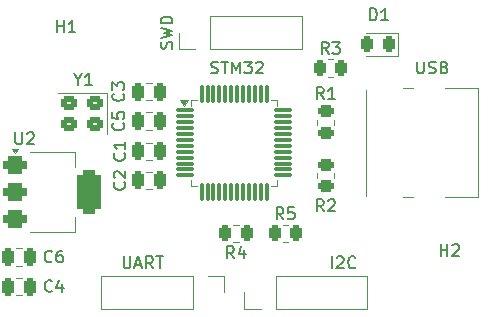
<source format=gbr>
%TF.GenerationSoftware,KiCad,Pcbnew,9.0.2*%
%TF.CreationDate,2025-06-11T21:18:27+05:30*%
%TF.ProjectId,STM 32,53544d20-3332-42e6-9b69-6361645f7063,rev?*%
%TF.SameCoordinates,Original*%
%TF.FileFunction,Legend,Top*%
%TF.FilePolarity,Positive*%
%FSLAX46Y46*%
G04 Gerber Fmt 4.6, Leading zero omitted, Abs format (unit mm)*
G04 Created by KiCad (PCBNEW 9.0.2) date 2025-06-11 21:18:27*
%MOMM*%
%LPD*%
G01*
G04 APERTURE LIST*
G04 Aperture macros list*
%AMRoundRect*
0 Rectangle with rounded corners*
0 $1 Rounding radius*
0 $2 $3 $4 $5 $6 $7 $8 $9 X,Y pos of 4 corners*
0 Add a 4 corners polygon primitive as box body*
4,1,4,$2,$3,$4,$5,$6,$7,$8,$9,$2,$3,0*
0 Add four circle primitives for the rounded corners*
1,1,$1+$1,$2,$3*
1,1,$1+$1,$4,$5*
1,1,$1+$1,$6,$7*
1,1,$1+$1,$8,$9*
0 Add four rect primitives between the rounded corners*
20,1,$1+$1,$2,$3,$4,$5,0*
20,1,$1+$1,$4,$5,$6,$7,0*
20,1,$1+$1,$6,$7,$8,$9,0*
20,1,$1+$1,$8,$9,$2,$3,0*%
G04 Aperture macros list end*
%ADD10C,0.150000*%
%ADD11C,0.120000*%
%ADD12R,1.700000X1.700000*%
%ADD13C,1.700000*%
%ADD14RoundRect,0.250000X-0.250000X-0.475000X0.250000X-0.475000X0.250000X0.475000X-0.250000X0.475000X0*%
%ADD15RoundRect,0.075000X-0.662500X-0.075000X0.662500X-0.075000X0.662500X0.075000X-0.662500X0.075000X0*%
%ADD16RoundRect,0.075000X-0.075000X-0.662500X0.075000X-0.662500X0.075000X0.662500X-0.075000X0.662500X0*%
%ADD17RoundRect,0.250000X0.262500X0.450000X-0.262500X0.450000X-0.262500X-0.450000X0.262500X-0.450000X0*%
%ADD18RoundRect,0.250000X-0.262500X-0.450000X0.262500X-0.450000X0.262500X0.450000X-0.262500X0.450000X0*%
%ADD19RoundRect,0.250000X0.450000X0.350000X-0.450000X0.350000X-0.450000X-0.350000X0.450000X-0.350000X0*%
%ADD20C,2.100000*%
%ADD21C,0.700000*%
%ADD22O,2.400000X0.900000*%
%ADD23O,1.700000X0.900000*%
%ADD24RoundRect,0.250000X0.450000X-0.262500X0.450000X0.262500X-0.450000X0.262500X-0.450000X-0.262500X0*%
%ADD25RoundRect,0.375000X-0.625000X-0.375000X0.625000X-0.375000X0.625000X0.375000X-0.625000X0.375000X0*%
%ADD26RoundRect,0.500000X-0.500000X-1.400000X0.500000X-1.400000X0.500000X1.400000X-0.500000X1.400000X0*%
%ADD27RoundRect,0.250000X0.250000X0.475000X-0.250000X0.475000X-0.250000X-0.475000X0.250000X-0.475000X0*%
%ADD28RoundRect,0.243750X0.243750X0.456250X-0.243750X0.456250X-0.243750X-0.456250X0.243750X-0.456250X0*%
G04 APERTURE END LIST*
D10*
X96904762Y-109954819D02*
X96904762Y-110764342D01*
X96904762Y-110764342D02*
X96952381Y-110859580D01*
X96952381Y-110859580D02*
X97000000Y-110907200D01*
X97000000Y-110907200D02*
X97095238Y-110954819D01*
X97095238Y-110954819D02*
X97285714Y-110954819D01*
X97285714Y-110954819D02*
X97380952Y-110907200D01*
X97380952Y-110907200D02*
X97428571Y-110859580D01*
X97428571Y-110859580D02*
X97476190Y-110764342D01*
X97476190Y-110764342D02*
X97476190Y-109954819D01*
X97904762Y-110669104D02*
X98380952Y-110669104D01*
X97809524Y-110954819D02*
X98142857Y-109954819D01*
X98142857Y-109954819D02*
X98476190Y-110954819D01*
X99380952Y-110954819D02*
X99047619Y-110478628D01*
X98809524Y-110954819D02*
X98809524Y-109954819D01*
X98809524Y-109954819D02*
X99190476Y-109954819D01*
X99190476Y-109954819D02*
X99285714Y-110002438D01*
X99285714Y-110002438D02*
X99333333Y-110050057D01*
X99333333Y-110050057D02*
X99380952Y-110145295D01*
X99380952Y-110145295D02*
X99380952Y-110288152D01*
X99380952Y-110288152D02*
X99333333Y-110383390D01*
X99333333Y-110383390D02*
X99285714Y-110431009D01*
X99285714Y-110431009D02*
X99190476Y-110478628D01*
X99190476Y-110478628D02*
X98809524Y-110478628D01*
X99666667Y-109954819D02*
X100238095Y-109954819D01*
X99952381Y-110954819D02*
X99952381Y-109954819D01*
X90833333Y-110359580D02*
X90785714Y-110407200D01*
X90785714Y-110407200D02*
X90642857Y-110454819D01*
X90642857Y-110454819D02*
X90547619Y-110454819D01*
X90547619Y-110454819D02*
X90404762Y-110407200D01*
X90404762Y-110407200D02*
X90309524Y-110311961D01*
X90309524Y-110311961D02*
X90261905Y-110216723D01*
X90261905Y-110216723D02*
X90214286Y-110026247D01*
X90214286Y-110026247D02*
X90214286Y-109883390D01*
X90214286Y-109883390D02*
X90261905Y-109692914D01*
X90261905Y-109692914D02*
X90309524Y-109597676D01*
X90309524Y-109597676D02*
X90404762Y-109502438D01*
X90404762Y-109502438D02*
X90547619Y-109454819D01*
X90547619Y-109454819D02*
X90642857Y-109454819D01*
X90642857Y-109454819D02*
X90785714Y-109502438D01*
X90785714Y-109502438D02*
X90833333Y-109550057D01*
X91690476Y-109454819D02*
X91500000Y-109454819D01*
X91500000Y-109454819D02*
X91404762Y-109502438D01*
X91404762Y-109502438D02*
X91357143Y-109550057D01*
X91357143Y-109550057D02*
X91261905Y-109692914D01*
X91261905Y-109692914D02*
X91214286Y-109883390D01*
X91214286Y-109883390D02*
X91214286Y-110264342D01*
X91214286Y-110264342D02*
X91261905Y-110359580D01*
X91261905Y-110359580D02*
X91309524Y-110407200D01*
X91309524Y-110407200D02*
X91404762Y-110454819D01*
X91404762Y-110454819D02*
X91595238Y-110454819D01*
X91595238Y-110454819D02*
X91690476Y-110407200D01*
X91690476Y-110407200D02*
X91738095Y-110359580D01*
X91738095Y-110359580D02*
X91785714Y-110264342D01*
X91785714Y-110264342D02*
X91785714Y-110026247D01*
X91785714Y-110026247D02*
X91738095Y-109931009D01*
X91738095Y-109931009D02*
X91690476Y-109883390D01*
X91690476Y-109883390D02*
X91595238Y-109835771D01*
X91595238Y-109835771D02*
X91404762Y-109835771D01*
X91404762Y-109835771D02*
X91309524Y-109883390D01*
X91309524Y-109883390D02*
X91261905Y-109931009D01*
X91261905Y-109931009D02*
X91214286Y-110026247D01*
X114523810Y-110954819D02*
X114523810Y-109954819D01*
X114952381Y-110050057D02*
X115000000Y-110002438D01*
X115000000Y-110002438D02*
X115095238Y-109954819D01*
X115095238Y-109954819D02*
X115333333Y-109954819D01*
X115333333Y-109954819D02*
X115428571Y-110002438D01*
X115428571Y-110002438D02*
X115476190Y-110050057D01*
X115476190Y-110050057D02*
X115523809Y-110145295D01*
X115523809Y-110145295D02*
X115523809Y-110240533D01*
X115523809Y-110240533D02*
X115476190Y-110383390D01*
X115476190Y-110383390D02*
X114904762Y-110954819D01*
X114904762Y-110954819D02*
X115523809Y-110954819D01*
X116523809Y-110859580D02*
X116476190Y-110907200D01*
X116476190Y-110907200D02*
X116333333Y-110954819D01*
X116333333Y-110954819D02*
X116238095Y-110954819D01*
X116238095Y-110954819D02*
X116095238Y-110907200D01*
X116095238Y-110907200D02*
X116000000Y-110811961D01*
X116000000Y-110811961D02*
X115952381Y-110716723D01*
X115952381Y-110716723D02*
X115904762Y-110526247D01*
X115904762Y-110526247D02*
X115904762Y-110383390D01*
X115904762Y-110383390D02*
X115952381Y-110192914D01*
X115952381Y-110192914D02*
X116000000Y-110097676D01*
X116000000Y-110097676D02*
X116095238Y-110002438D01*
X116095238Y-110002438D02*
X116238095Y-109954819D01*
X116238095Y-109954819D02*
X116333333Y-109954819D01*
X116333333Y-109954819D02*
X116476190Y-110002438D01*
X116476190Y-110002438D02*
X116523809Y-110050057D01*
X104309524Y-94407200D02*
X104452381Y-94454819D01*
X104452381Y-94454819D02*
X104690476Y-94454819D01*
X104690476Y-94454819D02*
X104785714Y-94407200D01*
X104785714Y-94407200D02*
X104833333Y-94359580D01*
X104833333Y-94359580D02*
X104880952Y-94264342D01*
X104880952Y-94264342D02*
X104880952Y-94169104D01*
X104880952Y-94169104D02*
X104833333Y-94073866D01*
X104833333Y-94073866D02*
X104785714Y-94026247D01*
X104785714Y-94026247D02*
X104690476Y-93978628D01*
X104690476Y-93978628D02*
X104500000Y-93931009D01*
X104500000Y-93931009D02*
X104404762Y-93883390D01*
X104404762Y-93883390D02*
X104357143Y-93835771D01*
X104357143Y-93835771D02*
X104309524Y-93740533D01*
X104309524Y-93740533D02*
X104309524Y-93645295D01*
X104309524Y-93645295D02*
X104357143Y-93550057D01*
X104357143Y-93550057D02*
X104404762Y-93502438D01*
X104404762Y-93502438D02*
X104500000Y-93454819D01*
X104500000Y-93454819D02*
X104738095Y-93454819D01*
X104738095Y-93454819D02*
X104880952Y-93502438D01*
X105166667Y-93454819D02*
X105738095Y-93454819D01*
X105452381Y-94454819D02*
X105452381Y-93454819D01*
X106071429Y-94454819D02*
X106071429Y-93454819D01*
X106071429Y-93454819D02*
X106404762Y-94169104D01*
X106404762Y-94169104D02*
X106738095Y-93454819D01*
X106738095Y-93454819D02*
X106738095Y-94454819D01*
X107119048Y-93454819D02*
X107738095Y-93454819D01*
X107738095Y-93454819D02*
X107404762Y-93835771D01*
X107404762Y-93835771D02*
X107547619Y-93835771D01*
X107547619Y-93835771D02*
X107642857Y-93883390D01*
X107642857Y-93883390D02*
X107690476Y-93931009D01*
X107690476Y-93931009D02*
X107738095Y-94026247D01*
X107738095Y-94026247D02*
X107738095Y-94264342D01*
X107738095Y-94264342D02*
X107690476Y-94359580D01*
X107690476Y-94359580D02*
X107642857Y-94407200D01*
X107642857Y-94407200D02*
X107547619Y-94454819D01*
X107547619Y-94454819D02*
X107261905Y-94454819D01*
X107261905Y-94454819D02*
X107166667Y-94407200D01*
X107166667Y-94407200D02*
X107119048Y-94359580D01*
X108119048Y-93550057D02*
X108166667Y-93502438D01*
X108166667Y-93502438D02*
X108261905Y-93454819D01*
X108261905Y-93454819D02*
X108500000Y-93454819D01*
X108500000Y-93454819D02*
X108595238Y-93502438D01*
X108595238Y-93502438D02*
X108642857Y-93550057D01*
X108642857Y-93550057D02*
X108690476Y-93645295D01*
X108690476Y-93645295D02*
X108690476Y-93740533D01*
X108690476Y-93740533D02*
X108642857Y-93883390D01*
X108642857Y-93883390D02*
X108071429Y-94454819D01*
X108071429Y-94454819D02*
X108690476Y-94454819D01*
X106245833Y-110104819D02*
X105912500Y-109628628D01*
X105674405Y-110104819D02*
X105674405Y-109104819D01*
X105674405Y-109104819D02*
X106055357Y-109104819D01*
X106055357Y-109104819D02*
X106150595Y-109152438D01*
X106150595Y-109152438D02*
X106198214Y-109200057D01*
X106198214Y-109200057D02*
X106245833Y-109295295D01*
X106245833Y-109295295D02*
X106245833Y-109438152D01*
X106245833Y-109438152D02*
X106198214Y-109533390D01*
X106198214Y-109533390D02*
X106150595Y-109581009D01*
X106150595Y-109581009D02*
X106055357Y-109628628D01*
X106055357Y-109628628D02*
X105674405Y-109628628D01*
X107102976Y-109438152D02*
X107102976Y-110104819D01*
X106864881Y-109057200D02*
X106626786Y-109771485D01*
X106626786Y-109771485D02*
X107245833Y-109771485D01*
X114245833Y-92804819D02*
X113912500Y-92328628D01*
X113674405Y-92804819D02*
X113674405Y-91804819D01*
X113674405Y-91804819D02*
X114055357Y-91804819D01*
X114055357Y-91804819D02*
X114150595Y-91852438D01*
X114150595Y-91852438D02*
X114198214Y-91900057D01*
X114198214Y-91900057D02*
X114245833Y-91995295D01*
X114245833Y-91995295D02*
X114245833Y-92138152D01*
X114245833Y-92138152D02*
X114198214Y-92233390D01*
X114198214Y-92233390D02*
X114150595Y-92281009D01*
X114150595Y-92281009D02*
X114055357Y-92328628D01*
X114055357Y-92328628D02*
X113674405Y-92328628D01*
X114579167Y-91804819D02*
X115198214Y-91804819D01*
X115198214Y-91804819D02*
X114864881Y-92185771D01*
X114864881Y-92185771D02*
X115007738Y-92185771D01*
X115007738Y-92185771D02*
X115102976Y-92233390D01*
X115102976Y-92233390D02*
X115150595Y-92281009D01*
X115150595Y-92281009D02*
X115198214Y-92376247D01*
X115198214Y-92376247D02*
X115198214Y-92614342D01*
X115198214Y-92614342D02*
X115150595Y-92709580D01*
X115150595Y-92709580D02*
X115102976Y-92757200D01*
X115102976Y-92757200D02*
X115007738Y-92804819D01*
X115007738Y-92804819D02*
X114722024Y-92804819D01*
X114722024Y-92804819D02*
X114626786Y-92757200D01*
X114626786Y-92757200D02*
X114579167Y-92709580D01*
X93023809Y-94978628D02*
X93023809Y-95454819D01*
X92690476Y-94454819D02*
X93023809Y-94978628D01*
X93023809Y-94978628D02*
X93357142Y-94454819D01*
X94214285Y-95454819D02*
X93642857Y-95454819D01*
X93928571Y-95454819D02*
X93928571Y-94454819D01*
X93928571Y-94454819D02*
X93833333Y-94597676D01*
X93833333Y-94597676D02*
X93738095Y-94692914D01*
X93738095Y-94692914D02*
X93642857Y-94740533D01*
X90833333Y-112859580D02*
X90785714Y-112907200D01*
X90785714Y-112907200D02*
X90642857Y-112954819D01*
X90642857Y-112954819D02*
X90547619Y-112954819D01*
X90547619Y-112954819D02*
X90404762Y-112907200D01*
X90404762Y-112907200D02*
X90309524Y-112811961D01*
X90309524Y-112811961D02*
X90261905Y-112716723D01*
X90261905Y-112716723D02*
X90214286Y-112526247D01*
X90214286Y-112526247D02*
X90214286Y-112383390D01*
X90214286Y-112383390D02*
X90261905Y-112192914D01*
X90261905Y-112192914D02*
X90309524Y-112097676D01*
X90309524Y-112097676D02*
X90404762Y-112002438D01*
X90404762Y-112002438D02*
X90547619Y-111954819D01*
X90547619Y-111954819D02*
X90642857Y-111954819D01*
X90642857Y-111954819D02*
X90785714Y-112002438D01*
X90785714Y-112002438D02*
X90833333Y-112050057D01*
X91690476Y-112288152D02*
X91690476Y-112954819D01*
X91452381Y-111907200D02*
X91214286Y-112621485D01*
X91214286Y-112621485D02*
X91833333Y-112621485D01*
X91238095Y-90954819D02*
X91238095Y-89954819D01*
X91238095Y-90431009D02*
X91809523Y-90431009D01*
X91809523Y-90954819D02*
X91809523Y-89954819D01*
X92809523Y-90954819D02*
X92238095Y-90954819D01*
X92523809Y-90954819D02*
X92523809Y-89954819D01*
X92523809Y-89954819D02*
X92428571Y-90097676D01*
X92428571Y-90097676D02*
X92333333Y-90192914D01*
X92333333Y-90192914D02*
X92238095Y-90240533D01*
X121738095Y-93454819D02*
X121738095Y-94264342D01*
X121738095Y-94264342D02*
X121785714Y-94359580D01*
X121785714Y-94359580D02*
X121833333Y-94407200D01*
X121833333Y-94407200D02*
X121928571Y-94454819D01*
X121928571Y-94454819D02*
X122119047Y-94454819D01*
X122119047Y-94454819D02*
X122214285Y-94407200D01*
X122214285Y-94407200D02*
X122261904Y-94359580D01*
X122261904Y-94359580D02*
X122309523Y-94264342D01*
X122309523Y-94264342D02*
X122309523Y-93454819D01*
X122738095Y-94407200D02*
X122880952Y-94454819D01*
X122880952Y-94454819D02*
X123119047Y-94454819D01*
X123119047Y-94454819D02*
X123214285Y-94407200D01*
X123214285Y-94407200D02*
X123261904Y-94359580D01*
X123261904Y-94359580D02*
X123309523Y-94264342D01*
X123309523Y-94264342D02*
X123309523Y-94169104D01*
X123309523Y-94169104D02*
X123261904Y-94073866D01*
X123261904Y-94073866D02*
X123214285Y-94026247D01*
X123214285Y-94026247D02*
X123119047Y-93978628D01*
X123119047Y-93978628D02*
X122928571Y-93931009D01*
X122928571Y-93931009D02*
X122833333Y-93883390D01*
X122833333Y-93883390D02*
X122785714Y-93835771D01*
X122785714Y-93835771D02*
X122738095Y-93740533D01*
X122738095Y-93740533D02*
X122738095Y-93645295D01*
X122738095Y-93645295D02*
X122785714Y-93550057D01*
X122785714Y-93550057D02*
X122833333Y-93502438D01*
X122833333Y-93502438D02*
X122928571Y-93454819D01*
X122928571Y-93454819D02*
X123166666Y-93454819D01*
X123166666Y-93454819D02*
X123309523Y-93502438D01*
X124071428Y-93931009D02*
X124214285Y-93978628D01*
X124214285Y-93978628D02*
X124261904Y-94026247D01*
X124261904Y-94026247D02*
X124309523Y-94121485D01*
X124309523Y-94121485D02*
X124309523Y-94264342D01*
X124309523Y-94264342D02*
X124261904Y-94359580D01*
X124261904Y-94359580D02*
X124214285Y-94407200D01*
X124214285Y-94407200D02*
X124119047Y-94454819D01*
X124119047Y-94454819D02*
X123738095Y-94454819D01*
X123738095Y-94454819D02*
X123738095Y-93454819D01*
X123738095Y-93454819D02*
X124071428Y-93454819D01*
X124071428Y-93454819D02*
X124166666Y-93502438D01*
X124166666Y-93502438D02*
X124214285Y-93550057D01*
X124214285Y-93550057D02*
X124261904Y-93645295D01*
X124261904Y-93645295D02*
X124261904Y-93740533D01*
X124261904Y-93740533D02*
X124214285Y-93835771D01*
X124214285Y-93835771D02*
X124166666Y-93883390D01*
X124166666Y-93883390D02*
X124071428Y-93931009D01*
X124071428Y-93931009D02*
X123738095Y-93931009D01*
X123738095Y-109904819D02*
X123738095Y-108904819D01*
X123738095Y-109381009D02*
X124309523Y-109381009D01*
X124309523Y-109904819D02*
X124309523Y-108904819D01*
X124738095Y-109000057D02*
X124785714Y-108952438D01*
X124785714Y-108952438D02*
X124880952Y-108904819D01*
X124880952Y-108904819D02*
X125119047Y-108904819D01*
X125119047Y-108904819D02*
X125214285Y-108952438D01*
X125214285Y-108952438D02*
X125261904Y-109000057D01*
X125261904Y-109000057D02*
X125309523Y-109095295D01*
X125309523Y-109095295D02*
X125309523Y-109190533D01*
X125309523Y-109190533D02*
X125261904Y-109333390D01*
X125261904Y-109333390D02*
X124690476Y-109904819D01*
X124690476Y-109904819D02*
X125309523Y-109904819D01*
X110420833Y-106804819D02*
X110087500Y-106328628D01*
X109849405Y-106804819D02*
X109849405Y-105804819D01*
X109849405Y-105804819D02*
X110230357Y-105804819D01*
X110230357Y-105804819D02*
X110325595Y-105852438D01*
X110325595Y-105852438D02*
X110373214Y-105900057D01*
X110373214Y-105900057D02*
X110420833Y-105995295D01*
X110420833Y-105995295D02*
X110420833Y-106138152D01*
X110420833Y-106138152D02*
X110373214Y-106233390D01*
X110373214Y-106233390D02*
X110325595Y-106281009D01*
X110325595Y-106281009D02*
X110230357Y-106328628D01*
X110230357Y-106328628D02*
X109849405Y-106328628D01*
X111325595Y-105804819D02*
X110849405Y-105804819D01*
X110849405Y-105804819D02*
X110801786Y-106281009D01*
X110801786Y-106281009D02*
X110849405Y-106233390D01*
X110849405Y-106233390D02*
X110944643Y-106185771D01*
X110944643Y-106185771D02*
X111182738Y-106185771D01*
X111182738Y-106185771D02*
X111277976Y-106233390D01*
X111277976Y-106233390D02*
X111325595Y-106281009D01*
X111325595Y-106281009D02*
X111373214Y-106376247D01*
X111373214Y-106376247D02*
X111373214Y-106614342D01*
X111373214Y-106614342D02*
X111325595Y-106709580D01*
X111325595Y-106709580D02*
X111277976Y-106757200D01*
X111277976Y-106757200D02*
X111182738Y-106804819D01*
X111182738Y-106804819D02*
X110944643Y-106804819D01*
X110944643Y-106804819D02*
X110849405Y-106757200D01*
X110849405Y-106757200D02*
X110801786Y-106709580D01*
X113833333Y-106129819D02*
X113500000Y-105653628D01*
X113261905Y-106129819D02*
X113261905Y-105129819D01*
X113261905Y-105129819D02*
X113642857Y-105129819D01*
X113642857Y-105129819D02*
X113738095Y-105177438D01*
X113738095Y-105177438D02*
X113785714Y-105225057D01*
X113785714Y-105225057D02*
X113833333Y-105320295D01*
X113833333Y-105320295D02*
X113833333Y-105463152D01*
X113833333Y-105463152D02*
X113785714Y-105558390D01*
X113785714Y-105558390D02*
X113738095Y-105606009D01*
X113738095Y-105606009D02*
X113642857Y-105653628D01*
X113642857Y-105653628D02*
X113261905Y-105653628D01*
X114214286Y-105225057D02*
X114261905Y-105177438D01*
X114261905Y-105177438D02*
X114357143Y-105129819D01*
X114357143Y-105129819D02*
X114595238Y-105129819D01*
X114595238Y-105129819D02*
X114690476Y-105177438D01*
X114690476Y-105177438D02*
X114738095Y-105225057D01*
X114738095Y-105225057D02*
X114785714Y-105320295D01*
X114785714Y-105320295D02*
X114785714Y-105415533D01*
X114785714Y-105415533D02*
X114738095Y-105558390D01*
X114738095Y-105558390D02*
X114166667Y-106129819D01*
X114166667Y-106129819D02*
X114785714Y-106129819D01*
X113833333Y-96629819D02*
X113500000Y-96153628D01*
X113261905Y-96629819D02*
X113261905Y-95629819D01*
X113261905Y-95629819D02*
X113642857Y-95629819D01*
X113642857Y-95629819D02*
X113738095Y-95677438D01*
X113738095Y-95677438D02*
X113785714Y-95725057D01*
X113785714Y-95725057D02*
X113833333Y-95820295D01*
X113833333Y-95820295D02*
X113833333Y-95963152D01*
X113833333Y-95963152D02*
X113785714Y-96058390D01*
X113785714Y-96058390D02*
X113738095Y-96106009D01*
X113738095Y-96106009D02*
X113642857Y-96153628D01*
X113642857Y-96153628D02*
X113261905Y-96153628D01*
X114785714Y-96629819D02*
X114214286Y-96629819D01*
X114500000Y-96629819D02*
X114500000Y-95629819D01*
X114500000Y-95629819D02*
X114404762Y-95772676D01*
X114404762Y-95772676D02*
X114309524Y-95867914D01*
X114309524Y-95867914D02*
X114214286Y-95915533D01*
X96859580Y-98666666D02*
X96907200Y-98714285D01*
X96907200Y-98714285D02*
X96954819Y-98857142D01*
X96954819Y-98857142D02*
X96954819Y-98952380D01*
X96954819Y-98952380D02*
X96907200Y-99095237D01*
X96907200Y-99095237D02*
X96811961Y-99190475D01*
X96811961Y-99190475D02*
X96716723Y-99238094D01*
X96716723Y-99238094D02*
X96526247Y-99285713D01*
X96526247Y-99285713D02*
X96383390Y-99285713D01*
X96383390Y-99285713D02*
X96192914Y-99238094D01*
X96192914Y-99238094D02*
X96097676Y-99190475D01*
X96097676Y-99190475D02*
X96002438Y-99095237D01*
X96002438Y-99095237D02*
X95954819Y-98952380D01*
X95954819Y-98952380D02*
X95954819Y-98857142D01*
X95954819Y-98857142D02*
X96002438Y-98714285D01*
X96002438Y-98714285D02*
X96050057Y-98666666D01*
X95954819Y-97761904D02*
X95954819Y-98238094D01*
X95954819Y-98238094D02*
X96431009Y-98285713D01*
X96431009Y-98285713D02*
X96383390Y-98238094D01*
X96383390Y-98238094D02*
X96335771Y-98142856D01*
X96335771Y-98142856D02*
X96335771Y-97904761D01*
X96335771Y-97904761D02*
X96383390Y-97809523D01*
X96383390Y-97809523D02*
X96431009Y-97761904D01*
X96431009Y-97761904D02*
X96526247Y-97714285D01*
X96526247Y-97714285D02*
X96764342Y-97714285D01*
X96764342Y-97714285D02*
X96859580Y-97761904D01*
X96859580Y-97761904D02*
X96907200Y-97809523D01*
X96907200Y-97809523D02*
X96954819Y-97904761D01*
X96954819Y-97904761D02*
X96954819Y-98142856D01*
X96954819Y-98142856D02*
X96907200Y-98238094D01*
X96907200Y-98238094D02*
X96859580Y-98285713D01*
X87738095Y-99454819D02*
X87738095Y-100264342D01*
X87738095Y-100264342D02*
X87785714Y-100359580D01*
X87785714Y-100359580D02*
X87833333Y-100407200D01*
X87833333Y-100407200D02*
X87928571Y-100454819D01*
X87928571Y-100454819D02*
X88119047Y-100454819D01*
X88119047Y-100454819D02*
X88214285Y-100407200D01*
X88214285Y-100407200D02*
X88261904Y-100359580D01*
X88261904Y-100359580D02*
X88309523Y-100264342D01*
X88309523Y-100264342D02*
X88309523Y-99454819D01*
X88738095Y-99550057D02*
X88785714Y-99502438D01*
X88785714Y-99502438D02*
X88880952Y-99454819D01*
X88880952Y-99454819D02*
X89119047Y-99454819D01*
X89119047Y-99454819D02*
X89214285Y-99502438D01*
X89214285Y-99502438D02*
X89261904Y-99550057D01*
X89261904Y-99550057D02*
X89309523Y-99645295D01*
X89309523Y-99645295D02*
X89309523Y-99740533D01*
X89309523Y-99740533D02*
X89261904Y-99883390D01*
X89261904Y-99883390D02*
X88690476Y-100454819D01*
X88690476Y-100454819D02*
X89309523Y-100454819D01*
X96959580Y-103666666D02*
X97007200Y-103714285D01*
X97007200Y-103714285D02*
X97054819Y-103857142D01*
X97054819Y-103857142D02*
X97054819Y-103952380D01*
X97054819Y-103952380D02*
X97007200Y-104095237D01*
X97007200Y-104095237D02*
X96911961Y-104190475D01*
X96911961Y-104190475D02*
X96816723Y-104238094D01*
X96816723Y-104238094D02*
X96626247Y-104285713D01*
X96626247Y-104285713D02*
X96483390Y-104285713D01*
X96483390Y-104285713D02*
X96292914Y-104238094D01*
X96292914Y-104238094D02*
X96197676Y-104190475D01*
X96197676Y-104190475D02*
X96102438Y-104095237D01*
X96102438Y-104095237D02*
X96054819Y-103952380D01*
X96054819Y-103952380D02*
X96054819Y-103857142D01*
X96054819Y-103857142D02*
X96102438Y-103714285D01*
X96102438Y-103714285D02*
X96150057Y-103666666D01*
X96150057Y-103285713D02*
X96102438Y-103238094D01*
X96102438Y-103238094D02*
X96054819Y-103142856D01*
X96054819Y-103142856D02*
X96054819Y-102904761D01*
X96054819Y-102904761D02*
X96102438Y-102809523D01*
X96102438Y-102809523D02*
X96150057Y-102761904D01*
X96150057Y-102761904D02*
X96245295Y-102714285D01*
X96245295Y-102714285D02*
X96340533Y-102714285D01*
X96340533Y-102714285D02*
X96483390Y-102761904D01*
X96483390Y-102761904D02*
X97054819Y-103333332D01*
X97054819Y-103333332D02*
X97054819Y-102714285D01*
X96859580Y-96166666D02*
X96907200Y-96214285D01*
X96907200Y-96214285D02*
X96954819Y-96357142D01*
X96954819Y-96357142D02*
X96954819Y-96452380D01*
X96954819Y-96452380D02*
X96907200Y-96595237D01*
X96907200Y-96595237D02*
X96811961Y-96690475D01*
X96811961Y-96690475D02*
X96716723Y-96738094D01*
X96716723Y-96738094D02*
X96526247Y-96785713D01*
X96526247Y-96785713D02*
X96383390Y-96785713D01*
X96383390Y-96785713D02*
X96192914Y-96738094D01*
X96192914Y-96738094D02*
X96097676Y-96690475D01*
X96097676Y-96690475D02*
X96002438Y-96595237D01*
X96002438Y-96595237D02*
X95954819Y-96452380D01*
X95954819Y-96452380D02*
X95954819Y-96357142D01*
X95954819Y-96357142D02*
X96002438Y-96214285D01*
X96002438Y-96214285D02*
X96050057Y-96166666D01*
X95954819Y-95833332D02*
X95954819Y-95214285D01*
X95954819Y-95214285D02*
X96335771Y-95547618D01*
X96335771Y-95547618D02*
X96335771Y-95404761D01*
X96335771Y-95404761D02*
X96383390Y-95309523D01*
X96383390Y-95309523D02*
X96431009Y-95261904D01*
X96431009Y-95261904D02*
X96526247Y-95214285D01*
X96526247Y-95214285D02*
X96764342Y-95214285D01*
X96764342Y-95214285D02*
X96859580Y-95261904D01*
X96859580Y-95261904D02*
X96907200Y-95309523D01*
X96907200Y-95309523D02*
X96954819Y-95404761D01*
X96954819Y-95404761D02*
X96954819Y-95690475D01*
X96954819Y-95690475D02*
X96907200Y-95785713D01*
X96907200Y-95785713D02*
X96859580Y-95833332D01*
X117761905Y-89954819D02*
X117761905Y-88954819D01*
X117761905Y-88954819D02*
X118000000Y-88954819D01*
X118000000Y-88954819D02*
X118142857Y-89002438D01*
X118142857Y-89002438D02*
X118238095Y-89097676D01*
X118238095Y-89097676D02*
X118285714Y-89192914D01*
X118285714Y-89192914D02*
X118333333Y-89383390D01*
X118333333Y-89383390D02*
X118333333Y-89526247D01*
X118333333Y-89526247D02*
X118285714Y-89716723D01*
X118285714Y-89716723D02*
X118238095Y-89811961D01*
X118238095Y-89811961D02*
X118142857Y-89907200D01*
X118142857Y-89907200D02*
X118000000Y-89954819D01*
X118000000Y-89954819D02*
X117761905Y-89954819D01*
X119285714Y-89954819D02*
X118714286Y-89954819D01*
X119000000Y-89954819D02*
X119000000Y-88954819D01*
X119000000Y-88954819D02*
X118904762Y-89097676D01*
X118904762Y-89097676D02*
X118809524Y-89192914D01*
X118809524Y-89192914D02*
X118714286Y-89240533D01*
X96959580Y-101216666D02*
X97007200Y-101264285D01*
X97007200Y-101264285D02*
X97054819Y-101407142D01*
X97054819Y-101407142D02*
X97054819Y-101502380D01*
X97054819Y-101502380D02*
X97007200Y-101645237D01*
X97007200Y-101645237D02*
X96911961Y-101740475D01*
X96911961Y-101740475D02*
X96816723Y-101788094D01*
X96816723Y-101788094D02*
X96626247Y-101835713D01*
X96626247Y-101835713D02*
X96483390Y-101835713D01*
X96483390Y-101835713D02*
X96292914Y-101788094D01*
X96292914Y-101788094D02*
X96197676Y-101740475D01*
X96197676Y-101740475D02*
X96102438Y-101645237D01*
X96102438Y-101645237D02*
X96054819Y-101502380D01*
X96054819Y-101502380D02*
X96054819Y-101407142D01*
X96054819Y-101407142D02*
X96102438Y-101264285D01*
X96102438Y-101264285D02*
X96150057Y-101216666D01*
X97054819Y-100264285D02*
X97054819Y-100835713D01*
X97054819Y-100549999D02*
X96054819Y-100549999D01*
X96054819Y-100549999D02*
X96197676Y-100645237D01*
X96197676Y-100645237D02*
X96292914Y-100740475D01*
X96292914Y-100740475D02*
X96340533Y-100835713D01*
X100987200Y-92357142D02*
X101034819Y-92214285D01*
X101034819Y-92214285D02*
X101034819Y-91976190D01*
X101034819Y-91976190D02*
X100987200Y-91880952D01*
X100987200Y-91880952D02*
X100939580Y-91833333D01*
X100939580Y-91833333D02*
X100844342Y-91785714D01*
X100844342Y-91785714D02*
X100749104Y-91785714D01*
X100749104Y-91785714D02*
X100653866Y-91833333D01*
X100653866Y-91833333D02*
X100606247Y-91880952D01*
X100606247Y-91880952D02*
X100558628Y-91976190D01*
X100558628Y-91976190D02*
X100511009Y-92166666D01*
X100511009Y-92166666D02*
X100463390Y-92261904D01*
X100463390Y-92261904D02*
X100415771Y-92309523D01*
X100415771Y-92309523D02*
X100320533Y-92357142D01*
X100320533Y-92357142D02*
X100225295Y-92357142D01*
X100225295Y-92357142D02*
X100130057Y-92309523D01*
X100130057Y-92309523D02*
X100082438Y-92261904D01*
X100082438Y-92261904D02*
X100034819Y-92166666D01*
X100034819Y-92166666D02*
X100034819Y-91928571D01*
X100034819Y-91928571D02*
X100082438Y-91785714D01*
X100034819Y-91452380D02*
X101034819Y-91214285D01*
X101034819Y-91214285D02*
X100320533Y-91023809D01*
X100320533Y-91023809D02*
X101034819Y-90833333D01*
X101034819Y-90833333D02*
X100034819Y-90595238D01*
X101034819Y-90214285D02*
X100034819Y-90214285D01*
X100034819Y-90214285D02*
X100034819Y-89976190D01*
X100034819Y-89976190D02*
X100082438Y-89833333D01*
X100082438Y-89833333D02*
X100177676Y-89738095D01*
X100177676Y-89738095D02*
X100272914Y-89690476D01*
X100272914Y-89690476D02*
X100463390Y-89642857D01*
X100463390Y-89642857D02*
X100606247Y-89642857D01*
X100606247Y-89642857D02*
X100796723Y-89690476D01*
X100796723Y-89690476D02*
X100891961Y-89738095D01*
X100891961Y-89738095D02*
X100987200Y-89833333D01*
X100987200Y-89833333D02*
X101034819Y-89976190D01*
X101034819Y-89976190D02*
X101034819Y-90214285D01*
D11*
%TO.C,UART*%
X95000000Y-111620000D02*
X95000000Y-114380000D01*
X102730000Y-111620000D02*
X95000000Y-111620000D01*
X102730000Y-111620000D02*
X102730000Y-114380000D01*
X102730000Y-114380000D02*
X95000000Y-114380000D01*
X104000000Y-111620000D02*
X105380000Y-111620000D01*
X105380000Y-111620000D02*
X105380000Y-113000000D01*
%TO.C,C6*%
X87788748Y-109265000D02*
X88311252Y-109265000D01*
X87788748Y-110735000D02*
X88311252Y-110735000D01*
%TO.C,I2C*%
X107120000Y-114380000D02*
X107120000Y-113000000D01*
X108500000Y-114380000D02*
X107120000Y-114380000D01*
X109770000Y-111620000D02*
X117500000Y-111620000D01*
X109770000Y-114380000D02*
X109770000Y-111620000D01*
X109770000Y-114380000D02*
X117500000Y-114380000D01*
X117500000Y-114380000D02*
X117500000Y-111620000D01*
%TO.C,STM32*%
X102640000Y-96727500D02*
X102640000Y-97177500D01*
X102640000Y-103947500D02*
X102640000Y-103497500D01*
X103090000Y-96727500D02*
X102640000Y-96727500D01*
X103090000Y-103947500D02*
X102640000Y-103947500D01*
X109410000Y-96727500D02*
X109860000Y-96727500D01*
X109410000Y-103947500D02*
X109860000Y-103947500D01*
X109860000Y-96727500D02*
X109860000Y-97177500D01*
X109860000Y-103947500D02*
X109860000Y-103497500D01*
X102050000Y-97177500D02*
X101710000Y-96707500D01*
X102390000Y-96707500D01*
X102050000Y-97177500D01*
G36*
X102050000Y-97177500D02*
G01*
X101710000Y-96707500D01*
X102390000Y-96707500D01*
X102050000Y-97177500D01*
G37*
%TO.C,R4*%
X106639564Y-107265000D02*
X106185436Y-107265000D01*
X106639564Y-108735000D02*
X106185436Y-108735000D01*
%TO.C,R3*%
X114185436Y-93265000D02*
X114639564Y-93265000D01*
X114185436Y-94735000D02*
X114639564Y-94735000D01*
%TO.C,Y1*%
X95460000Y-96140000D02*
X91340000Y-96140000D01*
X95460000Y-99560000D02*
X95460000Y-96140000D01*
%TO.C,C4*%
X87788748Y-111765000D02*
X88311252Y-111765000D01*
X87788748Y-113235000D02*
X88311252Y-113235000D01*
%TO.C,USB*%
X117460000Y-104800000D02*
X117460000Y-95850000D01*
X120540000Y-95730000D02*
X121440000Y-95730000D01*
X120540000Y-104920000D02*
X121440000Y-104920000D01*
X124140000Y-95730000D02*
X126870000Y-95730000D01*
X124140000Y-104920000D02*
X126870000Y-104920000D01*
X126870000Y-104920000D02*
X126870000Y-95730000D01*
%TO.C,R5*%
X110360436Y-107265000D02*
X110814564Y-107265000D01*
X110360436Y-108735000D02*
X110814564Y-108735000D01*
%TO.C,R2*%
X113265000Y-103314564D02*
X113265000Y-102860436D01*
X114735000Y-103314564D02*
X114735000Y-102860436D01*
%TO.C,R1*%
X113265000Y-98814564D02*
X113265000Y-98360436D01*
X114735000Y-98814564D02*
X114735000Y-98360436D01*
%TO.C,C5*%
X98788748Y-97765000D02*
X99311252Y-97765000D01*
X98788748Y-99235000D02*
X99311252Y-99235000D01*
%TO.C,U2*%
X89000000Y-101090000D02*
X92760000Y-101090000D01*
X89000000Y-107910000D02*
X92760000Y-107910000D01*
X92760000Y-101090000D02*
X92760000Y-102350000D01*
X92760000Y-107910000D02*
X92760000Y-106650000D01*
X87720000Y-101190000D02*
X87480000Y-100860000D01*
X87960000Y-100860000D01*
X87720000Y-101190000D01*
G36*
X87720000Y-101190000D02*
G01*
X87480000Y-100860000D01*
X87960000Y-100860000D01*
X87720000Y-101190000D01*
G37*
%TO.C,C2*%
X99311252Y-102765000D02*
X98788748Y-102765000D01*
X99311252Y-104235000D02*
X98788748Y-104235000D01*
%TO.C,C3*%
X99311252Y-95265000D02*
X98788748Y-95265000D01*
X99311252Y-96735000D02*
X98788748Y-96735000D01*
%TO.C,D1*%
X117437500Y-92960000D02*
X120122500Y-92960000D01*
X120122500Y-91040000D02*
X117437500Y-91040000D01*
X120122500Y-92960000D02*
X120122500Y-91040000D01*
%TO.C,C1*%
X99311252Y-100315000D02*
X98788748Y-100315000D01*
X99311252Y-101785000D02*
X98788748Y-101785000D01*
%TO.C,SWD*%
X101580000Y-92380000D02*
X101580000Y-91000000D01*
X102960000Y-92380000D02*
X101580000Y-92380000D01*
X104230000Y-89620000D02*
X111960000Y-89620000D01*
X104230000Y-92380000D02*
X104230000Y-89620000D01*
X104230000Y-92380000D02*
X111960000Y-92380000D01*
X111960000Y-92380000D02*
X111960000Y-89620000D01*
%TD*%
%LPC*%
D12*
%TO.C,UART*%
X104000000Y-113000000D03*
D13*
X101460000Y-113000000D03*
X98920000Y-113000000D03*
X96380000Y-113000000D03*
%TD*%
D14*
%TO.C,C6*%
X87100000Y-110000000D03*
X89000000Y-110000000D03*
%TD*%
D12*
%TO.C,I2C*%
X108500000Y-113000000D03*
D13*
X111040000Y-113000000D03*
X113580000Y-113000000D03*
X116120000Y-113000000D03*
%TD*%
D15*
%TO.C,STM32*%
X102087500Y-97587500D03*
X102087500Y-98087500D03*
X102087500Y-98587500D03*
X102087500Y-99087500D03*
X102087500Y-99587500D03*
X102087500Y-100087500D03*
X102087500Y-100587500D03*
X102087500Y-101087500D03*
X102087500Y-101587500D03*
X102087500Y-102087500D03*
X102087500Y-102587500D03*
X102087500Y-103087500D03*
D16*
X103500000Y-104500000D03*
X104000000Y-104500000D03*
X104500000Y-104500000D03*
X105000000Y-104500000D03*
X105500000Y-104500000D03*
X106000000Y-104500000D03*
X106500000Y-104500000D03*
X107000000Y-104500000D03*
X107500000Y-104500000D03*
X108000000Y-104500000D03*
X108500000Y-104500000D03*
X109000000Y-104500000D03*
D15*
X110412500Y-103087500D03*
X110412500Y-102587500D03*
X110412500Y-102087500D03*
X110412500Y-101587500D03*
X110412500Y-101087500D03*
X110412500Y-100587500D03*
X110412500Y-100087500D03*
X110412500Y-99587500D03*
X110412500Y-99087500D03*
X110412500Y-98587500D03*
X110412500Y-98087500D03*
X110412500Y-97587500D03*
D16*
X109000000Y-96175000D03*
X108500000Y-96175000D03*
X108000000Y-96175000D03*
X107500000Y-96175000D03*
X107000000Y-96175000D03*
X106500000Y-96175000D03*
X106000000Y-96175000D03*
X105500000Y-96175000D03*
X105000000Y-96175000D03*
X104500000Y-96175000D03*
X104000000Y-96175000D03*
X103500000Y-96175000D03*
%TD*%
D17*
%TO.C,R4*%
X107325000Y-108000000D03*
X105500000Y-108000000D03*
%TD*%
D18*
%TO.C,R3*%
X113500000Y-94000000D03*
X115325000Y-94000000D03*
%TD*%
D19*
%TO.C,Y1*%
X94500000Y-97000000D03*
X92300000Y-97000000D03*
X92300000Y-98700000D03*
X94500000Y-98700000D03*
%TD*%
D14*
%TO.C,C4*%
X87100000Y-112500000D03*
X89000000Y-112500000D03*
%TD*%
D20*
%TO.C,H1*%
X88500000Y-91500000D03*
%TD*%
D21*
%TO.C,USB*%
X118140000Y-103300000D03*
X118140000Y-102450000D03*
X118140000Y-101600000D03*
X118140000Y-100750000D03*
X118140000Y-99900000D03*
X118140000Y-99050000D03*
X118140000Y-98200000D03*
X118140000Y-97350000D03*
X119490000Y-97350000D03*
X119490000Y-98200000D03*
X119490000Y-99050000D03*
X119490000Y-99900000D03*
X119490000Y-100750000D03*
X119490000Y-101600000D03*
X119490000Y-102450000D03*
X119490000Y-103300000D03*
D22*
X119120000Y-104650000D03*
D23*
X122500000Y-104650000D03*
D22*
X119120000Y-96000000D03*
D23*
X122500000Y-96000000D03*
%TD*%
D20*
%TO.C,H2*%
X124500000Y-112500000D03*
%TD*%
D18*
%TO.C,R5*%
X109675000Y-108000000D03*
X111500000Y-108000000D03*
%TD*%
D24*
%TO.C,R2*%
X114000000Y-104000000D03*
X114000000Y-102175000D03*
%TD*%
%TO.C,R1*%
X114000000Y-99500000D03*
X114000000Y-97675000D03*
%TD*%
D14*
%TO.C,C5*%
X98100000Y-98500000D03*
X100000000Y-98500000D03*
%TD*%
D25*
%TO.C,U2*%
X87700000Y-102200000D03*
X87700000Y-104500000D03*
D26*
X94000000Y-104500000D03*
D25*
X87700000Y-106800000D03*
%TD*%
D27*
%TO.C,C2*%
X100000000Y-103500000D03*
X98100000Y-103500000D03*
%TD*%
%TO.C,C3*%
X100000000Y-96000000D03*
X98100000Y-96000000D03*
%TD*%
D28*
%TO.C,D1*%
X119375000Y-92000000D03*
X117500000Y-92000000D03*
%TD*%
D27*
%TO.C,C1*%
X100000000Y-101050000D03*
X98100000Y-101050000D03*
%TD*%
D12*
%TO.C,SWD*%
X102960000Y-91000000D03*
D13*
X105500000Y-91000000D03*
X108040000Y-91000000D03*
X110580000Y-91000000D03*
%TD*%
%LPD*%
M02*

</source>
